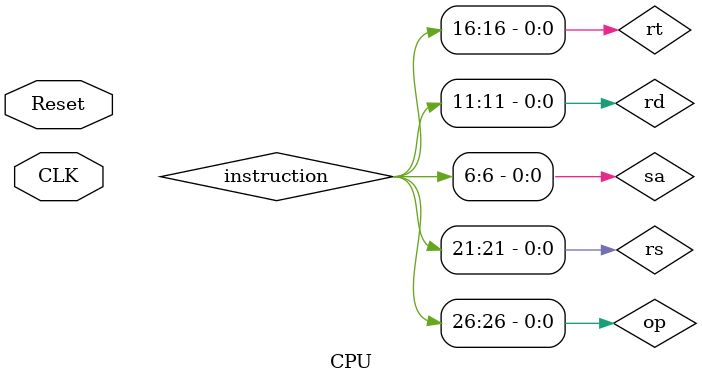
<source format=v>
`timescale 1ns / 1ps


module CPU(
    input CLK,
    input Reset
    );

	wire [31:0] instruction, Address, oldAddress, PC4, branchAddress,
                jAddress, DB, result, ALUInputA, ALUInputB,    
                afterExtend, DataOut, ReadData1, ReadData2, 
                IRinput, WriteData, ADROut, BDROut, DAddr, DBDRin;
    
    wire [1:0] RegDst;
    wire [4:0] WriteReg;    
    wire [2:0] ALUop;
    wire [1:0] PCSrc;
    wire RegWre, ALUSrcA, ALUSrcB, mRD, mWR, DBDataSrc, InsMemRW, WrRegDSrc, 
         PCWre, ExtSel, zero, IRWre, ReadData1n, ReadData2n, sign;

    assign op = instruction[31:26];
    assign rs = instruction[25:21];
    assign rt = instruction[20:16];
    assign rd = instruction[15:11];
    assign sa = instruction[10:6];
    assign immi = instruction[15:0];
    assign addr = instruction[25:0];

    PC                  pc(CLK, Reset, PCWre, oldAddress, Address);
    PCPlus4             pcplus4(Address, PC4);
    InstructMemory      im(Address, InsMemRW, IRinput);
    
    IR                  ir(CLK, IRinput, IRWre, instruction);

    ControlUnit         cu( CLK, Reset, zero, sign, op, PCWre, ALUSrcA,
                            ALUSrcB, DBDataSrc, RegWre, WrRegDSrc, InsMemRW,
                            mRD, mWR, IRWre, ExtSel, PCSrc, RegDst, ALUop);

    Multiplexer4_32     WriteRegSelector(5'b11111, rt, rd, 5'b00000, RegDst, WriteReg);
    
    Multiplexer2_32     WriteDataSelector(PC4, DB, WrRegDSrc, WriteData);

    RegisterFile        rf( CLK, RegWre, rs, rt, WriteReg, 
                            WriteData, ReadData1, ReadData2); 

    DataSync 			adr(CLK, ReadData1, ADROut);
    DataSync            bdr(CLK, ReadData2, BDROut);

    Multiplexer2_32_5   ALUASelector(ADROut, sa, ALUSrcA, ALUInputA);
    
    SignZeroExtend      sze(immi, ExtSel, afterExtend);
    
    Multiplexer2_32     ALUBSelector(BDROut, afterExtend, ALUSrcB, ALUInputB);    

    ALU                 alu(ALUop, ALUInputA, ALUInputB, zero, sign, result);
    
    ALUoutDR 			aluoutdr(CLK, result, DAddr);

    DataMemory          dm(CLK, DAddr, BDROut, mRD, mWR, DataOut);
    
    Multiplexer2_32     DBDRSelector(result, DataOut, DBDataSrc, DBDRin);

    DataSync 			dbdr(CLK, DBDRin, DB);
    
    J_Address           jaddr(PC4, addr, jAddress);
    
    BranchPlus          branchplus(PC4, afterExtend, branchAddress);
    
    Multiplexer4_32     PCSelector(PC4, branchAddress, ReadData1, jAddress, PCSrc, oldAddress);

endmodule

</source>
